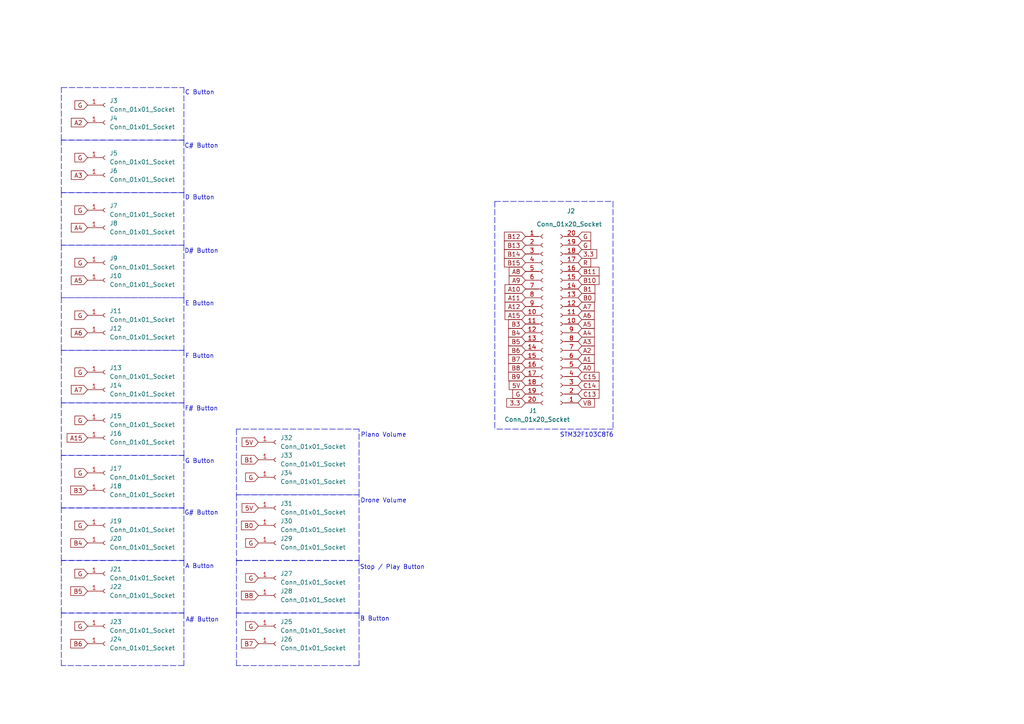
<source format=kicad_sch>
(kicad_sch (version 20231120) (generator "eeschema") (generator_version "8.0")
  (paper "A4")
  (lib_symbols
    (symbol "Connector:Conn_01x01_Socket" (pin_names (offset 1.016) hide)
      (property "Reference" "J" (at 0 2.54 0))
      (property "Value" "Conn_01x01_Socket" (at 0 -2.54 0))
      (symbol "Conn_01x01_Socket_1_1"
        (polyline (pts (xy -1.27 0) (xy -0.508 0)) (stroke (width 0.1524)))
        (arc (start 0 0.508) (mid -0.5058 0) (end 0 -0.508) (stroke (width 0.1524)))
        (pin passive line (at -5.08 0 0) (length 3.81) (name "Pin_1") (number "1"))
      )
    )
    (symbol "Connector:Conn_01x20_Socket" (pin_names (offset 1.016) hide)
      (property "Reference" "J" (at 0 25.4 0))
      (property "Value" "Conn_01x20_Socket" (at 0 -27.94 0))
      (symbol "Conn_01x20_Socket_1_1"
        (arc (start 0 -24.892) (mid -0.5058 -25.4) (end 0 -25.908) (stroke (width 0.1524)))
        (arc (start 0 -22.352) (mid -0.5058 -22.86) (end 0 -23.368) (stroke (width 0.1524)))
        (arc (start 0 -19.812) (mid -0.5058 -20.32) (end 0 -20.828) (stroke (width 0.1524)))
        (arc (start 0 -17.272) (mid -0.5058 -17.78) (end 0 -18.288) (stroke (width 0.1524)))
        (arc (start 0 -14.732) (mid -0.5058 -15.24) (end 0 -15.748) (stroke (width 0.1524)))
        (arc (start 0 -12.192) (mid -0.5058 -12.7) (end 0 -13.208) (stroke (width 0.1524)))
        (arc (start 0 -9.652) (mid -0.5058 -10.16) (end 0 -10.668) (stroke (width 0.1524)))
        (arc (start 0 -7.112) (mid -0.5058 -7.62) (end 0 -8.128) (stroke (width 0.1524)))
        (arc (start 0 -4.572) (mid -0.5058 -5.08) (end 0 -5.588) (stroke (width 0.1524)))
        (arc (start 0 -2.032) (mid -0.5058 -2.54) (end 0 -3.048) (stroke (width 0.1524)))
        (polyline (pts (xy -1.27 -25.4) (xy -0.508 -25.4)) (stroke (width 0.1524)))
        (polyline (pts (xy -1.27 -22.86) (xy -0.508 -22.86)) (stroke (width 0.1524)))
        (polyline (pts (xy -1.27 -20.32) (xy -0.508 -20.32)) (stroke (width 0.1524)))
        (polyline (pts (xy -1.27 -17.78) (xy -0.508 -17.78)) (stroke (width 0.1524)))
        (polyline (pts (xy -1.27 -15.24) (xy -0.508 -15.24)) (stroke (width 0.1524)))
        (polyline (pts (xy -1.27 -12.7) (xy -0.508 -12.7)) (stroke (width 0.1524)))
        (polyline (pts (xy -1.27 -10.16) (xy -0.508 -10.16)) (stroke (width 0.1524)))
        (polyline (pts (xy -1.27 -7.62) (xy -0.508 -7.62)) (stroke (width 0.1524)))
        (polyline (pts (xy -1.27 -5.08) (xy -0.508 -5.08)) (stroke (width 0.1524)))
        (polyline (pts (xy -1.27 -2.54) (xy -0.508 -2.54)) (stroke (width 0.1524)))
        (polyline (pts (xy -1.27 0) (xy -0.508 0)) (stroke (width 0.1524)))
        (polyline (pts (xy -1.27 2.54) (xy -0.508 2.54)) (stroke (width 0.1524)))
        (polyline (pts (xy -1.27 5.08) (xy -0.508 5.08)) (stroke (width 0.1524)))
        (polyline (pts (xy -1.27 7.62) (xy -0.508 7.62)) (stroke (width 0.1524)))
        (polyline (pts (xy -1.27 10.16) (xy -0.508 10.16)) (stroke (width 0.1524)))
        (polyline (pts (xy -1.27 12.7) (xy -0.508 12.7)) (stroke (width 0.1524)))
        (polyline (pts (xy -1.27 15.24) (xy -0.508 15.24)) (stroke (width 0.1524)))
        (polyline (pts (xy -1.27 17.78) (xy -0.508 17.78)) (stroke (width 0.1524)))
        (polyline (pts (xy -1.27 20.32) (xy -0.508 20.32)) (stroke (width 0.1524)))
        (polyline (pts (xy -1.27 22.86) (xy -0.508 22.86)) (stroke (width 0.1524)))
        (arc (start 0 0.508) (mid -0.5058 0) (end 0 -0.508) (stroke (width 0.1524)))
        (arc (start 0 3.048) (mid -0.5058 2.54) (end 0 2.032) (stroke (width 0.1524)))
        (arc (start 0 5.588) (mid -0.5058 5.08) (end 0 4.572) (stroke (width 0.1524)))
        (arc (start 0 8.128) (mid -0.5058 7.62) (end 0 7.112) (stroke (width 0.1524)))
        (arc (start 0 10.668) (mid -0.5058 10.16) (end 0 9.652) (stroke (width 0.1524)))
        (arc (start 0 13.208) (mid -0.5058 12.7) (end 0 12.192) (stroke (width 0.1524)))
        (arc (start 0 15.748) (mid -0.5058 15.24) (end 0 14.732) (stroke (width 0.1524)))
        (arc (start 0 18.288) (mid -0.5058 17.78) (end 0 17.272) (stroke (width 0.1524)))
        (arc (start 0 20.828) (mid -0.5058 20.32) (end 0 19.812) (stroke (width 0.1524)))
        (arc (start 0 23.368) (mid -0.5058 22.86) (end 0 22.352) (stroke (width 0.1524)))
        (pin passive line (at -5.08 22.86 0) (length 3.81) (name "Pin_1") (number "1"))
        (pin passive line (at -5.08 0 0) (length 3.81) (name "Pin_10") (number "10"))
        (pin passive line (at -5.08 -2.54 0) (length 3.81) (name "Pin_11") (number "11"))
        (pin passive line (at -5.08 -5.08 0) (length 3.81) (name "Pin_12") (number "12"))
        (pin passive line (at -5.08 -7.62 0) (length 3.81) (name "Pin_13") (number "13"))
        (pin passive line (at -5.08 -10.16 0) (length 3.81) (name "Pin_14") (number "14"))
        (pin passive line (at -5.08 -12.7 0) (length 3.81) (name "Pin_15") (number "15"))
        (pin passive line (at -5.08 -15.24 0) (length 3.81) (name "Pin_16") (number "16"))
        (pin passive line (at -5.08 -17.78 0) (length 3.81) (name "Pin_17") (number "17"))
        (pin passive line (at -5.08 -20.32 0) (length 3.81) (name "Pin_18") (number "18"))
        (pin passive line (at -5.08 -22.86 0) (length 3.81) (name "Pin_19") (number "19"))
        (pin passive line (at -5.08 20.32 0) (length 3.81) (name "Pin_2") (number "2"))
        (pin passive line (at -5.08 -25.4 0) (length 3.81) (name "Pin_20") (number "20"))
        (pin passive line (at -5.08 17.78 0) (length 3.81) (name "Pin_3") (number "3"))
        (pin passive line (at -5.08 15.24 0) (length 3.81) (name "Pin_4") (number "4"))
        (pin passive line (at -5.08 12.7 0) (length 3.81) (name "Pin_5") (number "5"))
        (pin passive line (at -5.08 10.16 0) (length 3.81) (name "Pin_6") (number "6"))
        (pin passive line (at -5.08 7.62 0) (length 3.81) (name "Pin_7") (number "7"))
        (pin passive line (at -5.08 5.08 0) (length 3.81) (name "Pin_8") (number "8"))
        (pin passive line (at -5.08 2.54 0) (length 3.81) (name "Pin_9") (number "9"))
      )
    )
  )
  (polyline (pts (xy 53.34 162.56) (xy 53.34 177.8)) (stroke (width 0) (type dash)))
  (polyline (pts (xy 17.78 71.12) (xy 17.78 55.88)) (stroke (width 0) (type dash)))
  (polyline (pts (xy 68.58 143.51) (xy 68.58 162.56)) (stroke (width 0) (type dash)))
  (polyline (pts (xy 17.78 55.88) (xy 53.34 55.88)) (stroke (width 0) (type dash)))
  (polyline (pts (xy 68.58 162.56) (xy 104.14 162.56)) (stroke (width 0) (type dash)))
  (polyline (pts (xy 17.78 25.4) (xy 53.34 25.4)) (stroke (width 0) (type dash)))
  (polyline (pts (xy 17.78 40.64) (xy 53.34 40.64)) (stroke (width 0) (type dash)))
  (polyline (pts (xy 17.78 86.36) (xy 53.34 86.36)) (stroke (width 0) (type dash)))
  (polyline (pts (xy 53.34 162.56) (xy 17.78 162.56)) (stroke (width 0) (type dash)))
  (polyline (pts (xy 53.34 55.88) (xy 53.34 71.12)) (stroke (width 0) (type dash)))
  (polyline (pts (xy 68.58 177.8) (xy 104.14 177.8)) (stroke (width 0) (type dash)))
  (polyline (pts (xy 53.34 132.08) (xy 17.78 132.08)) (stroke (width 0) (type dash)))
  (polyline (pts (xy 17.78 116.84) (xy 17.78 101.6)) (stroke (width 0) (type dash)))
  (polyline (pts (xy 104.14 143.51) (xy 68.58 143.51)) (stroke (width 0) (type dash)))
  (polyline (pts (xy 53.34 177.8) (xy 53.34 193.04)) (stroke (width 0) (type dash)))
  (polyline (pts (xy 104.14 193.04) (xy 68.58 193.04)) (stroke (width 0) (type dash)))
  (polyline (pts (xy 53.34 71.12) (xy 17.78 71.12)) (stroke (width 0) (type dash)))
  (polyline (pts (xy 53.34 55.88) (xy 17.78 55.88)) (stroke (width 0) (type dash)))
  (polyline (pts (xy 17.78 177.8) (xy 53.34 177.8)) (stroke (width 0) (type dash)))
  (polyline (pts (xy 53.34 86.36) (xy 53.34 101.6)) (stroke (width 0) (type dash)))
  (polyline (pts (xy 17.78 132.08) (xy 53.34 132.08)) (stroke (width 0) (type dash)))
  (polyline (pts (xy 17.78 147.32) (xy 17.78 132.08)) (stroke (width 0) (type dash)))
  (polyline (pts (xy 17.78 177.8) (xy 17.78 162.56)) (stroke (width 0) (type dash)))
  (polyline (pts (xy 177.8 58.42) (xy 177.8 124.46)) (stroke (width 0) (type dash)))
  (polyline (pts (xy 104.14 177.8) (xy 68.58 177.8)) (stroke (width 0) (type dash)))
  (polyline (pts (xy 53.34 101.6) (xy 17.78 101.6)) (stroke (width 0) (type dash)))
  (polyline (pts (xy 53.34 147.32) (xy 53.34 162.56)) (stroke (width 0) (type dash)))
  (polyline (pts (xy 53.34 40.64) (xy 17.78 40.64)) (stroke (width 0) (type dash)))
  (polyline (pts (xy 53.34 25.4) (xy 53.34 40.64)) (stroke (width 0) (type dash)))
  (polyline (pts (xy 53.34 193.04) (xy 17.78 193.04)) (stroke (width 0) (type dash)))
  (polyline (pts (xy 104.14 162.56) (xy 104.14 143.51)) (stroke (width 0) (type dash)))
  (polyline (pts (xy 17.78 162.56) (xy 53.34 162.56)) (stroke (width 0) (type dash)))
  (polyline (pts (xy 17.78 147.32) (xy 53.34 147.32)) (stroke (width 0) (type dash)))
  (polyline (pts (xy 17.78 162.56) (xy 17.78 147.32)) (stroke (width 0) (type dash)))
  (polyline (pts (xy 17.78 71.12) (xy 53.34 71.12)) (stroke (width 0) (type dash)))
  (polyline (pts (xy 68.58 162.56) (xy 104.14 162.56)) (stroke (width 0) (type dash)))
  (polyline (pts (xy 53.34 147.32) (xy 17.78 147.32)) (stroke (width 0) (type dash)))
  (polyline (pts (xy 53.34 116.84) (xy 53.34 132.08)) (stroke (width 0) (type dash)))
  (polyline (pts (xy 17.78 132.08) (xy 17.78 116.84)) (stroke (width 0) (type dash)))
  (polyline (pts (xy 17.78 55.88) (xy 17.78 40.64)) (stroke (width 0) (type dash)))
  (polyline (pts (xy 104.14 124.46) (xy 68.58 124.46)) (stroke (width 0) (type dash)))
  (polyline (pts (xy 104.14 162.56) (xy 104.14 177.8)) (stroke (width 0) (type dash)))
  (polyline (pts (xy 53.34 101.6) (xy 53.34 116.84)) (stroke (width 0) (type dash)))
  (polyline (pts (xy 17.78 86.36) (xy 17.78 71.12)) (stroke (width 0) (type dash)))
  (polyline (pts (xy 17.78 40.64) (xy 17.78 25.4)) (stroke (width 0) (type dash)))
  (polyline (pts (xy 53.34 40.64) (xy 53.34 55.88)) (stroke (width 0) (type dash)))
  (polyline (pts (xy 17.78 116.84) (xy 53.34 116.84)) (stroke (width 0) (type dash)))
  (polyline (pts (xy 17.78 193.04) (xy 17.78 177.8)) (stroke (width 0) (type dash)))
  (polyline (pts (xy 53.34 116.84) (xy 17.78 116.84)) (stroke (width 0) (type dash)))
  (polyline (pts (xy 53.34 177.8) (xy 17.78 177.8)) (stroke (width 0) (type dash)))
  (polyline (pts (xy 53.34 71.12) (xy 53.34 86.36)) (stroke (width 0) (type dash)))
  (polyline (pts (xy 143.51 58.42) (xy 143.51 124.46)) (stroke (width 0) (type dash)))
  (polyline (pts (xy 53.34 86.36) (xy 17.78 86.36)) (stroke (width 0) (type dash)))
  (polyline (pts (xy 68.58 177.8) (xy 68.58 162.56)) (stroke (width 0) (type dash)))
  (polyline (pts (xy 177.8 124.46) (xy 143.51 124.46)) (stroke (width 0) (type dash)))
  (polyline (pts (xy 68.58 124.46) (xy 68.58 143.51)) (stroke (width 0) (type dash)))
  (polyline (pts (xy 17.78 101.6) (xy 53.34 101.6)) (stroke (width 0) (type dash)))
  (polyline (pts (xy 104.14 177.8) (xy 104.14 193.04)) (stroke (width 0) (type dash)))
  (polyline (pts (xy 17.78 101.6) (xy 17.78 86.36)) (stroke (width 0) (type dash)))
  (polyline (pts (xy 104.14 143.51) (xy 104.14 124.46)) (stroke (width 0) (type dash)))
  (polyline (pts (xy 68.58 143.51) (xy 104.14 143.51)) (stroke (width 0) (type dash)))
  (polyline (pts (xy 53.34 132.08) (xy 53.34 147.32)) (stroke (width 0) (type dash)))
  (polyline (pts (xy 143.51 58.42) (xy 177.8 58.42)) (stroke (width 0) (type dash)))
  (polyline (pts (xy 68.58 193.04) (xy 68.58 177.8)) (stroke (width 0) (type dash)))
  (text "G Button" (at 57.912 133.858 0) (effects (font (size 1.27 1.27))))
  (text "B Button" (at 108.712 179.578 0) (effects (font (size 1.27 1.27))))
  (text "Stop / Play Button" (at 113.792 164.592 0) (effects (font (size 1.27 1.27))))
  (text "F Button" (at 57.912 103.378 0) (effects (font (size 1.27 1.27))))
  (text "F# Button" (at 58.42 118.618 0) (effects (font (size 1.27 1.27))))
  (text "C# Button" (at 58.42 42.418 0) (effects (font (size 1.27 1.27))))
  (text "A# Button" (at 58.674 179.832 0) (effects (font (size 1.27 1.27))))
  (text "C Button" (at 57.912 26.924 0) (effects (font (size 1.27 1.27))))
  (text "Drone Volume" (at 111.252 145.288 0) (effects (font (size 1.27 1.27))))
  (text "G# Button" (at 58.42 148.844 0) (effects (font (size 1.27 1.27))))
  (text "D# Button" (at 58.42 72.898 0) (effects (font (size 1.27 1.27))))
  (text "A Button" (at 57.912 164.338 0) (effects (font (size 1.27 1.27))))
  (text "Piano Volume" (at 111.252 126.238 0) (effects (font (size 1.27 1.27))))
  (text "D Button" (at 57.912 57.404 0) (effects (font (size 1.27 1.27))))
  (text "STM32F103C8T6" (at 170.18 126.238 0) (effects (font (size 1.27 1.27))))
  (text "E Button" (at 57.912 88.138 0) (effects (font (size 1.27 1.27))))
  (global_label "G" (shape input) (at 25.4 181.61 180) (property "Intersheetrefs" "${INTERSHEET_REFS}" (effects (hide yes))))
  (global_label "A3" (shape input) (at 167.64 99.06 0) (property "Intersheetrefs" "${INTERSHEET_REFS}" (effects (hide yes))))
  (global_label "B3" (shape input) (at 152.4 93.98 180) (property "Intersheetrefs" "${INTERSHEET_REFS}" (effects (hide yes))))
  (global_label "3.3" (shape input) (at 167.64 73.66 0) (property "Intersheetrefs" "${INTERSHEET_REFS}" (effects (hide yes))))
  (global_label "A6" (shape input) (at 167.64 91.44 0) (property "Intersheetrefs" "${INTERSHEET_REFS}" (effects (hide yes))))
  (global_label "B0" (shape input) (at 74.93 152.4 180) (property "Intersheetrefs" "${INTERSHEET_REFS}" (effects (hide yes))))
  (global_label "C14" (shape input) (at 167.64 111.76 0) (property "Intersheetrefs" "${INTERSHEET_REFS}" (effects (hide yes))))
  (global_label "A6" (shape input) (at 25.4 96.52 180) (property "Intersheetrefs" "${INTERSHEET_REFS}" (effects (hide yes))))
  (global_label "A15" (shape input) (at 25.4 127 180) (property "Intersheetrefs" "${INTERSHEET_REFS}" (effects (hide yes))))
  (global_label "G" (shape input) (at 167.64 71.12 0) (property "Intersheetrefs" "${INTERSHEET_REFS}" (effects (hide yes))))
  (global_label "B6" (shape input) (at 25.4 186.69 180) (property "Intersheetrefs" "${INTERSHEET_REFS}" (effects (hide yes))))
  (global_label "3.3" (shape input) (at 152.4 116.84 180) (property "Intersheetrefs" "${INTERSHEET_REFS}" (effects (hide yes))))
  (global_label "A2" (shape input) (at 167.64 101.6 0) (property "Intersheetrefs" "${INTERSHEET_REFS}" (effects (hide yes))))
  (global_label "G" (shape input) (at 25.4 107.95 180) (property "Intersheetrefs" "${INTERSHEET_REFS}" (effects (hide yes))))
  (global_label "5V" (shape input) (at 152.4 111.76 180) (property "Intersheetrefs" "${INTERSHEET_REFS}" (effects (hide yes))))
  (global_label "A2" (shape input) (at 25.4 35.56 180) (property "Intersheetrefs" "${INTERSHEET_REFS}" (effects (hide yes))))
  (global_label "A12" (shape input) (at 152.4 88.9 180) (property "Intersheetrefs" "${INTERSHEET_REFS}" (effects (hide yes))))
  (global_label "B12" (shape input) (at 152.4 68.58 180) (property "Intersheetrefs" "${INTERSHEET_REFS}" (effects (hide yes))))
  (global_label "A5" (shape input) (at 167.64 93.98 0) (property "Intersheetrefs" "${INTERSHEET_REFS}" (effects (hide yes))))
  (global_label "A11" (shape input) (at 152.4 86.36 180) (property "Intersheetrefs" "${INTERSHEET_REFS}" (effects (hide yes))))
  (global_label "G" (shape input) (at 25.4 30.48 180) (property "Intersheetrefs" "${INTERSHEET_REFS}" (effects (hide yes))))
  (global_label "A1" (shape input) (at 167.64 104.14 0) (property "Intersheetrefs" "${INTERSHEET_REFS}" (effects (hide yes))))
  (global_label "G" (shape input) (at 25.4 166.37 180) (property "Intersheetrefs" "${INTERSHEET_REFS}" (effects (hide yes))))
  (global_label "G" (shape input) (at 74.93 181.61 180) (property "Intersheetrefs" "${INTERSHEET_REFS}" (effects (hide yes))))
  (global_label "B7" (shape input) (at 74.93 186.69 180) (property "Intersheetrefs" "${INTERSHEET_REFS}" (effects (hide yes))))
  (global_label "B11" (shape input) (at 167.64 78.74 0) (property "Intersheetrefs" "${INTERSHEET_REFS}" (effects (hide yes))))
  (global_label "B0" (shape input) (at 167.64 86.36 0) (property "Intersheetrefs" "${INTERSHEET_REFS}" (effects (hide yes))))
  (global_label "B15" (shape input) (at 152.4 76.2 180) (property "Intersheetrefs" "${INTERSHEET_REFS}" (effects (hide yes))))
  (global_label "G" (shape input) (at 74.93 157.48 180) (property "Intersheetrefs" "${INTERSHEET_REFS}" (effects (hide yes))))
  (global_label "G" (shape input) (at 25.4 137.16 180) (property "Intersheetrefs" "${INTERSHEET_REFS}" (effects (hide yes))))
  (global_label "G" (shape input) (at 25.4 121.92 180) (property "Intersheetrefs" "${INTERSHEET_REFS}" (effects (hide yes))))
  (global_label "B10" (shape input) (at 167.64 81.28 0) (property "Intersheetrefs" "${INTERSHEET_REFS}" (effects (hide yes))))
  (global_label "B9" (shape input) (at 152.4 109.22 180) (property "Intersheetrefs" "${INTERSHEET_REFS}" (effects (hide yes))))
  (global_label "G" (shape input) (at 152.4 114.3 180) (property "Intersheetrefs" "${INTERSHEET_REFS}" (effects (hide yes))))
  (global_label "5V" (shape input) (at 74.93 128.27 180) (property "Intersheetrefs" "${INTERSHEET_REFS}" (effects (hide yes))))
  (global_label "A3" (shape input) (at 25.4 50.8 180) (property "Intersheetrefs" "${INTERSHEET_REFS}" (effects (hide yes))))
  (global_label "B3" (shape input) (at 25.4 142.24 180) (property "Intersheetrefs" "${INTERSHEET_REFS}" (effects (hide yes))))
  (global_label "B14" (shape input) (at 152.4 73.66 180) (property "Intersheetrefs" "${INTERSHEET_REFS}" (effects (hide yes))))
  (global_label "A5" (shape input) (at 25.4 81.28 180) (property "Intersheetrefs" "${INTERSHEET_REFS}" (effects (hide yes))))
  (global_label "B13" (shape input) (at 152.4 71.12 180) (property "Intersheetrefs" "${INTERSHEET_REFS}" (effects (hide yes))))
  (global_label "G" (shape input) (at 74.93 167.64 180) (property "Intersheetrefs" "${INTERSHEET_REFS}" (effects (hide yes))))
  (global_label "B5" (shape input) (at 25.4 171.45 180) (property "Intersheetrefs" "${INTERSHEET_REFS}" (effects (hide yes))))
  (global_label "G" (shape input) (at 25.4 152.4 180) (property "Intersheetrefs" "${INTERSHEET_REFS}" (effects (hide yes))))
  (global_label "A4" (shape input) (at 167.64 96.52 0) (property "Intersheetrefs" "${INTERSHEET_REFS}" (effects (hide yes))))
  (global_label "G" (shape input) (at 167.64 68.58 0) (property "Intersheetrefs" "${INTERSHEET_REFS}" (effects (hide yes))))
  (global_label "R" (shape input) (at 167.64 76.2 0) (property "Intersheetrefs" "${INTERSHEET_REFS}" (effects (hide yes))))
  (global_label "A15" (shape input) (at 152.4 91.44 180) (property "Intersheetrefs" "${INTERSHEET_REFS}" (effects (hide yes))))
  (global_label "G" (shape input) (at 25.4 45.72 180) (property "Intersheetrefs" "${INTERSHEET_REFS}" (effects (hide yes))))
  (global_label "A7" (shape input) (at 25.4 113.03 180) (property "Intersheetrefs" "${INTERSHEET_REFS}" (effects (hide yes))))
  (global_label "G" (shape input) (at 25.4 60.96 180) (property "Intersheetrefs" "${INTERSHEET_REFS}" (effects (hide yes))))
  (global_label "A4" (shape input) (at 25.4 66.04 180) (property "Intersheetrefs" "${INTERSHEET_REFS}" (effects (hide yes))))
  (global_label "A10" (shape input) (at 152.4 83.82 180) (property "Intersheetrefs" "${INTERSHEET_REFS}" (effects (hide yes))))
  (global_label "A7" (shape input) (at 167.64 88.9 0) (property "Intersheetrefs" "${INTERSHEET_REFS}" (effects (hide yes))))
  (global_label "B4" (shape input) (at 152.4 96.52 180) (property "Intersheetrefs" "${INTERSHEET_REFS}" (effects (hide yes))))
  (global_label "B8" (shape input) (at 152.4 106.68 180) (property "Intersheetrefs" "${INTERSHEET_REFS}" (effects (hide yes))))
  (global_label "C15" (shape input) (at 167.64 109.22 0) (property "Intersheetrefs" "${INTERSHEET_REFS}" (effects (hide yes))))
  (global_label "B7" (shape input) (at 152.4 104.14 180) (property "Intersheetrefs" "${INTERSHEET_REFS}" (effects (hide yes))))
  (global_label "B1" (shape input) (at 167.64 83.82 0) (property "Intersheetrefs" "${INTERSHEET_REFS}" (effects (hide yes))))
  (global_label "A8" (shape input) (at 152.4 78.74 180) (property "Intersheetrefs" "${INTERSHEET_REFS}" (effects (hide yes))))
  (global_label "B6" (shape input) (at 152.4 101.6 180) (property "Intersheetrefs" "${INTERSHEET_REFS}" (effects (hide yes))))
  (global_label "B5" (shape input) (at 152.4 99.06 180) (property "Intersheetrefs" "${INTERSHEET_REFS}" (effects (hide yes))))
  (global_label "A0" (shape input) (at 167.64 106.68 0) (property "Intersheetrefs" "${INTERSHEET_REFS}" (effects (hide yes))))
  (global_label "B8" (shape input) (at 74.93 172.72 180) (property "Intersheetrefs" "${INTERSHEET_REFS}" (effects (hide yes))))
  (global_label "C13" (shape input) (at 167.64 114.3 0) (property "Intersheetrefs" "${INTERSHEET_REFS}" (effects (hide yes))))
  (global_label "5V" (shape input) (at 74.93 147.32 180) (property "Intersheetrefs" "${INTERSHEET_REFS}" (effects (hide yes))))
  (global_label "B1" (shape input) (at 74.93 133.35 180) (property "Intersheetrefs" "${INTERSHEET_REFS}" (effects (hide yes))))
  (global_label "G" (shape input) (at 25.4 91.44 180) (property "Intersheetrefs" "${INTERSHEET_REFS}" (effects (hide yes))))
  (global_label "G" (shape input) (at 25.4 76.2 180) (property "Intersheetrefs" "${INTERSHEET_REFS}" (effects (hide yes))))
  (global_label "A9" (shape input) (at 152.4 81.28 180) (property "Intersheetrefs" "${INTERSHEET_REFS}" (effects (hide yes))))
  (global_label "G" (shape input) (at 74.93 138.43 180) (property "Intersheetrefs" "${INTERSHEET_REFS}" (effects (hide yes))))
  (global_label "VB" (shape input) (at 167.64 116.84 0) (property "Intersheetrefs" "${INTERSHEET_REFS}" (effects (hide yes))))
  (global_label "B4" (shape input) (at 25.4 157.48 180) (property "Intersheetrefs" "${INTERSHEET_REFS}" (effects (hide yes))))
  (symbol (lib_id "Connector:Conn_01x20_Socket") (at 162.56 93.98 180) (unit 1)
    (property "Reference" "J2" (at 165.608 61.214 0))
    (property "Value" "Conn_01x20_Socket" (at 165.1 65.024 0))
    (property "Footprint" "Connector_TE-Connectivity:TE_2-826576-0_1x20_P3.96mm_Vertical" (effects (hide yes)))
    (property "Description" "Generic connector, single row, 01x20, script generated" (effects (hide yes)))
  )
  (symbol (lib_id "Connector:Conn_01x01_Socket") (at 80.01 128.27 0) (unit 1)
    (property "Reference" "J32" (at 81.28 126.9999 0) (effects (justify left)))
    (property "Value" "Conn_01x01_Socket" (at 81.28 129.5399 0) (effects (justify left)))
    (property "Footprint" "Connector_Wire:SolderWire-0.5sqmm_1x01_D0.9mm_OD2.1mm" (effects (hide yes)))
    (property "Description" "Generic connector, single row, 01x01, script generated" (effects (hide yes)))
  )
  (symbol (lib_id "Connector:Conn_01x01_Socket") (at 30.48 166.37 0) (unit 1)
    (property "Reference" "J21" (at 31.75 165.0999 0) (effects (justify left)))
    (property "Value" "Conn_01x01_Socket" (at 31.75 167.6399 0) (effects (justify left)))
    (property "Footprint" "Connector_Wire:SolderWire-0.5sqmm_1x01_D0.9mm_OD2.1mm" (effects (hide yes)))
    (property "Description" "Generic connector, single row, 01x01, script generated" (effects (hide yes)))
  )
  (symbol (lib_id "Connector:Conn_01x01_Socket") (at 30.48 181.61 0) (unit 1)
    (property "Reference" "J23" (at 31.75 180.3399 0) (effects (justify left)))
    (property "Value" "Conn_01x01_Socket" (at 31.75 182.8799 0) (effects (justify left)))
    (property "Footprint" "Connector_Wire:SolderWire-0.5sqmm_1x01_D0.9mm_OD2.1mm" (effects (hide yes)))
    (property "Description" "Generic connector, single row, 01x01, script generated" (effects (hide yes)))
  )
  (symbol (lib_id "Connector:Conn_01x01_Socket") (at 30.48 171.45 0) (unit 1)
    (property "Reference" "J22" (at 31.75 170.1799 0) (effects (justify left)))
    (property "Value" "Conn_01x01_Socket" (at 31.75 172.7199 0) (effects (justify left)))
    (property "Footprint" "Connector_Wire:SolderWire-0.5sqmm_1x01_D0.9mm_OD2.1mm" (effects (hide yes)))
    (property "Description" "Generic connector, single row, 01x01, script generated" (effects (hide yes)))
  )
  (symbol (lib_id "Connector:Conn_01x01_Socket") (at 30.48 152.4 0) (unit 1)
    (property "Reference" "J19" (at 31.75 151.1299 0) (effects (justify left)))
    (property "Value" "Conn_01x01_Socket" (at 31.75 153.6699 0) (effects (justify left)))
    (property "Footprint" "Connector_Wire:SolderWire-0.5sqmm_1x01_D0.9mm_OD2.1mm" (effects (hide yes)))
    (property "Description" "Generic connector, single row, 01x01, script generated" (effects (hide yes)))
  )
  (symbol (lib_id "Connector:Conn_01x01_Socket") (at 80.01 167.64 0) (unit 1)
    (property "Reference" "J27" (at 81.28 166.3699 0) (effects (justify left)))
    (property "Value" "Conn_01x01_Socket" (at 81.28 168.9099 0) (effects (justify left)))
    (property "Footprint" "Connector_Wire:SolderWire-0.5sqmm_1x01_D0.9mm_OD2.1mm" (effects (hide yes)))
    (property "Description" "Generic connector, single row, 01x01, script generated" (effects (hide yes)))
  )
  (symbol (lib_id "Connector:Conn_01x01_Socket") (at 30.48 50.8 0) (unit 1)
    (property "Reference" "J6" (at 31.75 49.5299 0) (effects (justify left)))
    (property "Value" "Conn_01x01_Socket" (at 31.75 52.0699 0) (effects (justify left)))
    (property "Footprint" "Connector_Wire:SolderWire-0.5sqmm_1x01_D0.9mm_OD2.1mm" (effects (hide yes)))
    (property "Description" "Generic connector, single row, 01x01, script generated" (effects (hide yes)))
  )
  (symbol (lib_id "Connector:Conn_01x20_Socket") (at 157.48 91.44 0) (unit 1)
    (property "Reference" "J1" (at 153.416 119.126 0) (effects (justify left)))
    (property "Value" "Conn_01x20_Socket" (at 146.304 121.666 0) (effects (justify left)))
    (property "Footprint" "Connector_TE-Connectivity:TE_2-826576-0_1x20_P3.96mm_Vertical" (effects (hide yes)))
    (property "Description" "Generic connector, single row, 01x20, script generated" (effects (hide yes)))
  )
  (symbol (lib_id "Connector:Conn_01x01_Socket") (at 80.01 157.48 0) (unit 1)
    (property "Reference" "J29" (at 81.28 156.2099 0) (effects (justify left)))
    (property "Value" "Conn_01x01_Socket" (at 81.28 158.7499 0) (effects (justify left)))
    (property "Footprint" "Connector_Wire:SolderWire-0.5sqmm_1x01_D0.9mm_OD2.1mm" (effects (hide yes)))
    (property "Description" "Generic connector, single row, 01x01, script generated" (effects (hide yes)))
  )
  (symbol (lib_id "Connector:Conn_01x01_Socket") (at 30.48 96.52 0) (unit 1)
    (property "Reference" "J12" (at 31.75 95.2499 0) (effects (justify left)))
    (property "Value" "Conn_01x01_Socket" (at 31.75 97.7899 0) (effects (justify left)))
    (property "Footprint" "Connector_Wire:SolderWire-0.5sqmm_1x01_D0.9mm_OD2.1mm" (effects (hide yes)))
    (property "Description" "Generic connector, single row, 01x01, script generated" (effects (hide yes)))
  )
  (symbol (lib_id "Connector:Conn_01x01_Socket") (at 30.48 45.72 0) (unit 1)
    (property "Reference" "J5" (at 31.75 44.4499 0) (effects (justify left)))
    (property "Value" "Conn_01x01_Socket" (at 31.75 46.9899 0) (effects (justify left)))
    (property "Footprint" "Connector_Wire:SolderWire-0.5sqmm_1x01_D0.9mm_OD2.1mm" (effects (hide yes)))
    (property "Description" "Generic connector, single row, 01x01, script generated" (effects (hide yes)))
  )
  (symbol (lib_id "Connector:Conn_01x01_Socket") (at 30.48 91.44 0) (unit 1)
    (property "Reference" "J11" (at 31.75 90.1699 0) (effects (justify left)))
    (property "Value" "Conn_01x01_Socket" (at 31.75 92.7099 0) (effects (justify left)))
    (property "Footprint" "Connector_Wire:SolderWire-0.5sqmm_1x01_D0.9mm_OD2.1mm" (effects (hide yes)))
    (property "Description" "Generic connector, single row, 01x01, script generated" (effects (hide yes)))
  )
  (symbol (lib_id "Connector:Conn_01x01_Socket") (at 30.48 35.56 0) (unit 1)
    (property "Reference" "J4" (at 31.75 34.2899 0) (effects (justify left)))
    (property "Value" "Conn_01x01_Socket" (at 31.75 36.8299 0) (effects (justify left)))
    (property "Footprint" "Connector_Wire:SolderWire-0.5sqmm_1x01_D0.9mm_OD2.1mm" (effects (hide yes)))
    (property "Description" "Generic connector, single row, 01x01, script generated" (effects (hide yes)))
  )
  (symbol (lib_id "Connector:Conn_01x01_Socket") (at 30.48 81.28 0) (unit 1)
    (property "Reference" "J10" (at 31.75 80.0099 0) (effects (justify left)))
    (property "Value" "Conn_01x01_Socket" (at 31.75 82.5499 0) (effects (justify left)))
    (property "Footprint" "Connector_Wire:SolderWire-0.5sqmm_1x01_D0.9mm_OD2.1mm" (effects (hide yes)))
    (property "Description" "Generic connector, single row, 01x01, script generated" (effects (hide yes)))
  )
  (symbol (lib_id "Connector:Conn_01x01_Socket") (at 30.48 76.2 0) (unit 1)
    (property "Reference" "J9" (at 31.75 74.9299 0) (effects (justify left)))
    (property "Value" "Conn_01x01_Socket" (at 31.75 77.4699 0) (effects (justify left)))
    (property "Footprint" "Connector_Wire:SolderWire-0.5sqmm_1x01_D0.9mm_OD2.1mm" (effects (hide yes)))
    (property "Description" "Generic connector, single row, 01x01, script generated" (effects (hide yes)))
  )
  (symbol (lib_id "Connector:Conn_01x01_Socket") (at 30.48 127 0) (unit 1)
    (property "Reference" "J16" (at 31.75 125.7299 0) (effects (justify left)))
    (property "Value" "Conn_01x01_Socket" (at 31.75 128.2699 0) (effects (justify left)))
    (property "Footprint" "Connector_Wire:SolderWire-0.5sqmm_1x01_D0.9mm_OD2.1mm" (effects (hide yes)))
    (property "Description" "Generic connector, single row, 01x01, script generated" (effects (hide yes)))
  )
  (symbol (lib_id "Connector:Conn_01x01_Socket") (at 30.48 186.69 0) (unit 1)
    (property "Reference" "J24" (at 31.75 185.4199 0) (effects (justify left)))
    (property "Value" "Conn_01x01_Socket" (at 31.75 187.9599 0) (effects (justify left)))
    (property "Footprint" "Connector_Wire:SolderWire-0.5sqmm_1x01_D0.9mm_OD2.1mm" (effects (hide yes)))
    (property "Description" "Generic connector, single row, 01x01, script generated" (effects (hide yes)))
  )
  (symbol (lib_id "Connector:Conn_01x01_Socket") (at 80.01 138.43 0) (unit 1)
    (property "Reference" "J34" (at 81.28 137.1599 0) (effects (justify left)))
    (property "Value" "Conn_01x01_Socket" (at 81.28 139.6999 0) (effects (justify left)))
    (property "Footprint" "Connector_Wire:SolderWire-0.5sqmm_1x01_D0.9mm_OD2.1mm" (effects (hide yes)))
    (property "Description" "Generic connector, single row, 01x01, script generated" (effects (hide yes)))
  )
  (symbol (lib_id "Connector:Conn_01x01_Socket") (at 30.48 137.16 0) (unit 1)
    (property "Reference" "J17" (at 31.75 135.8899 0) (effects (justify left)))
    (property "Value" "Conn_01x01_Socket" (at 31.75 138.4299 0) (effects (justify left)))
    (property "Footprint" "Connector_Wire:SolderWire-0.5sqmm_1x01_D0.9mm_OD2.1mm" (effects (hide yes)))
    (property "Description" "Generic connector, single row, 01x01, script generated" (effects (hide yes)))
  )
  (symbol (lib_id "Connector:Conn_01x01_Socket") (at 30.48 142.24 0) (unit 1)
    (property "Reference" "J18" (at 31.75 140.9699 0) (effects (justify left)))
    (property "Value" "Conn_01x01_Socket" (at 31.75 143.5099 0) (effects (justify left)))
    (property "Footprint" "Connector_Wire:SolderWire-0.5sqmm_1x01_D0.9mm_OD2.1mm" (effects (hide yes)))
    (property "Description" "Generic connector, single row, 01x01, script generated" (effects (hide yes)))
  )
  (symbol (lib_id "Connector:Conn_01x01_Socket") (at 80.01 186.69 0) (unit 1)
    (property "Reference" "J26" (at 81.28 185.4199 0) (effects (justify left)))
    (property "Value" "Conn_01x01_Socket" (at 81.28 187.9599 0) (effects (justify left)))
    (property "Footprint" "Connector_Wire:SolderWire-0.5sqmm_1x01_D0.9mm_OD2.1mm" (effects (hide yes)))
    (property "Description" "Generic connector, single row, 01x01, script generated" (effects (hide yes)))
  )
  (symbol (lib_id "Connector:Conn_01x01_Socket") (at 30.48 66.04 0) (unit 1)
    (property "Reference" "J8" (at 31.75 64.7699 0) (effects (justify left)))
    (property "Value" "Conn_01x01_Socket" (at 31.75 67.3099 0) (effects (justify left)))
    (property "Footprint" "Connector_Wire:SolderWire-0.5sqmm_1x01_D0.9mm_OD2.1mm" (effects (hide yes)))
    (property "Description" "Generic connector, single row, 01x01, script generated" (effects (hide yes)))
  )
  (symbol (lib_id "Connector:Conn_01x01_Socket") (at 30.48 60.96 0) (unit 1)
    (property "Reference" "J7" (at 31.75 59.6899 0) (effects (justify left)))
    (property "Value" "Conn_01x01_Socket" (at 31.75 62.2299 0) (effects (justify left)))
    (property "Footprint" "Connector_Wire:SolderWire-0.5sqmm_1x01_D0.9mm_OD2.1mm" (effects (hide yes)))
    (property "Description" "Generic connector, single row, 01x01, script generated" (effects (hide yes)))
  )
  (symbol (lib_id "Connector:Conn_01x01_Socket") (at 30.48 113.03 0) (unit 1)
    (property "Reference" "J14" (at 31.75 111.7599 0) (effects (justify left)))
    (property "Value" "Conn_01x01_Socket" (at 31.75 114.2999 0) (effects (justify left)))
    (property "Footprint" "Connector_Wire:SolderWire-0.5sqmm_1x01_D0.9mm_OD2.1mm" (effects (hide yes)))
    (property "Description" "Generic connector, single row, 01x01, script generated" (effects (hide yes)))
  )
  (symbol (lib_id "Connector:Conn_01x01_Socket") (at 30.48 157.48 0) (unit 1)
    (property "Reference" "J20" (at 31.75 156.2099 0) (effects (justify left)))
    (property "Value" "Conn_01x01_Socket" (at 31.75 158.7499 0) (effects (justify left)))
    (property "Footprint" "Connector_Wire:SolderWire-0.5sqmm_1x01_D0.9mm_OD2.1mm" (effects (hide yes)))
    (property "Description" "Generic connector, single row, 01x01, script generated" (effects (hide yes)))
  )
  (symbol (lib_id "Connector:Conn_01x01_Socket") (at 80.01 172.72 0) (unit 1)
    (property "Reference" "J28" (at 81.28 171.4499 0) (effects (justify left)))
    (property "Value" "Conn_01x01_Socket" (at 81.28 173.9899 0) (effects (justify left)))
    (property "Footprint" "Connector_Wire:SolderWire-0.5sqmm_1x01_D0.9mm_OD2.1mm" (effects (hide yes)))
    (property "Description" "Generic connector, single row, 01x01, script generated" (effects (hide yes)))
  )
  (symbol (lib_id "Connector:Conn_01x01_Socket") (at 30.48 107.95 0) (unit 1)
    (property "Reference" "J13" (at 31.75 106.6799 0) (effects (justify left)))
    (property "Value" "Conn_01x01_Socket" (at 31.75 109.2199 0) (effects (justify left)))
    (property "Footprint" "Connector_Wire:SolderWire-0.5sqmm_1x01_D0.9mm_OD2.1mm" (effects (hide yes)))
    (property "Description" "Generic connector, single row, 01x01, script generated" (effects (hide yes)))
  )
  (symbol (lib_id "Connector:Conn_01x01_Socket") (at 80.01 133.35 0) (unit 1)
    (property "Reference" "J33" (at 81.28 132.0799 0) (effects (justify left)))
    (property "Value" "Conn_01x01_Socket" (at 81.28 134.6199 0) (effects (justify left)))
    (property "Footprint" "Connector_Wire:SolderWire-0.5sqmm_1x01_D0.9mm_OD2.1mm" (effects (hide yes)))
    (property "Description" "Generic connector, single row, 01x01, script generated" (effects (hide yes)))
  )
  (symbol (lib_id "Connector:Conn_01x01_Socket") (at 80.01 181.61 0) (unit 1)
    (property "Reference" "J25" (at 81.28 180.3399 0) (effects (justify left)))
    (property "Value" "Conn_01x01_Socket" (at 81.28 182.8799 0) (effects (justify left)))
    (property "Footprint" "Connector_Wire:SolderWire-0.5sqmm_1x01_D0.9mm_OD2.1mm" (effects (hide yes)))
    (property "Description" "Generic connector, single row, 01x01, script generated" (effects (hide yes)))
  )
  (symbol (lib_id "Connector:Conn_01x01_Socket") (at 80.01 152.4 0) (unit 1)
    (property "Reference" "J30" (at 81.28 151.1299 0) (effects (justify left)))
    (property "Value" "Conn_01x01_Socket" (at 81.28 153.6699 0) (effects (justify left)))
    (property "Footprint" "Connector_Wire:SolderWire-0.5sqmm_1x01_D0.9mm_OD2.1mm" (effects (hide yes)))
    (property "Description" "Generic connector, single row, 01x01, script generated" (effects (hide yes)))
  )
  (symbol (lib_id "Connector:Conn_01x01_Socket") (at 30.48 30.48 0) (unit 1)
    (property "Reference" "J3" (at 31.75 29.2099 0) (effects (justify left)))
    (property "Value" "Conn_01x01_Socket" (at 31.75 31.7499 0) (effects (justify left)))
    (property "Footprint" "Connector_Wire:SolderWire-0.5sqmm_1x01_D0.9mm_OD2.1mm" (effects (hide yes)))
    (property "Description" "Generic connector, single row, 01x01, script generated" (effects (hide yes)))
  )
  (symbol (lib_id "Connector:Conn_01x01_Socket") (at 30.48 121.92 0) (unit 1)
    (property "Reference" "J15" (at 31.75 120.6499 0) (effects (justify left)))
    (property "Value" "Conn_01x01_Socket" (at 31.75 123.1899 0) (effects (justify left)))
    (property "Footprint" "Connector_Wire:SolderWire-0.5sqmm_1x01_D0.9mm_OD2.1mm" (effects (hide yes)))
    (property "Description" "Generic connector, single row, 01x01, script generated" (effects (hide yes)))
  )
  (symbol (lib_id "Connector:Conn_01x01_Socket") (at 80.01 147.32 0) (unit 1)
    (property "Reference" "J31" (at 81.28 146.0499 0) (effects (justify left)))
    (property "Value" "Conn_01x01_Socket" (at 81.28 148.5899 0) (effects (justify left)))
    (property "Footprint" "Connector_Wire:SolderWire-0.5sqmm_1x01_D0.9mm_OD2.1mm" (effects (hide yes)))
    (property "Description" "Generic connector, single row, 01x01, script generated" (effects (hide yes)))
  )
)
</source>
